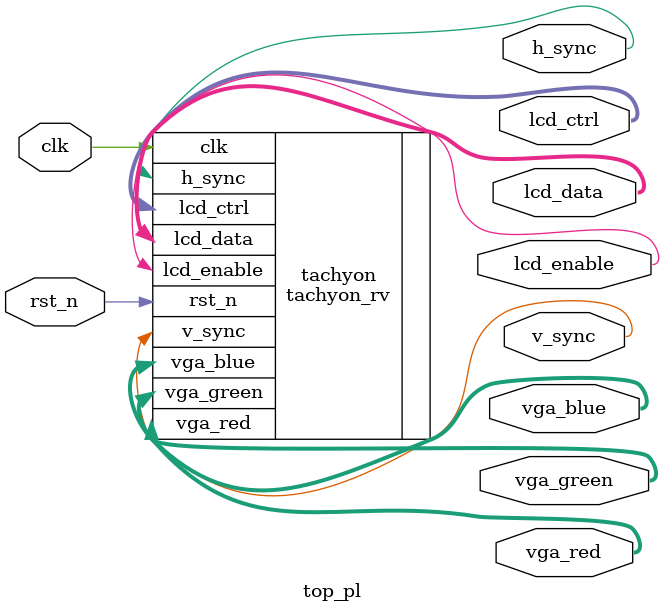
<source format=v>
`default_nettype none

module top_pl (
    input wire clk,
    input wire rst_n,

    output wire [7:0] lcd_data,
    output wire [1:0] lcd_ctrl,
    output wire lcd_enable,

    output wire [3:0] vga_red,
    output wire [3:0] vga_green,
    output wire [3:0] vga_blue,
    output wire h_sync,
    output wire v_sync
);
  tachyon_rv tachyon (
      .clk  (clk),
      .rst_n(rst_n),

      .lcd_data  (lcd_data),
      .lcd_ctrl  (lcd_ctrl),
      .lcd_enable(lcd_enable),

      .vga_red(vga_red),
      .vga_green(vga_green),
      .vga_blue(vga_blue),
      .h_sync(h_sync),
      .v_sync(v_sync)
  );
endmodule

</source>
